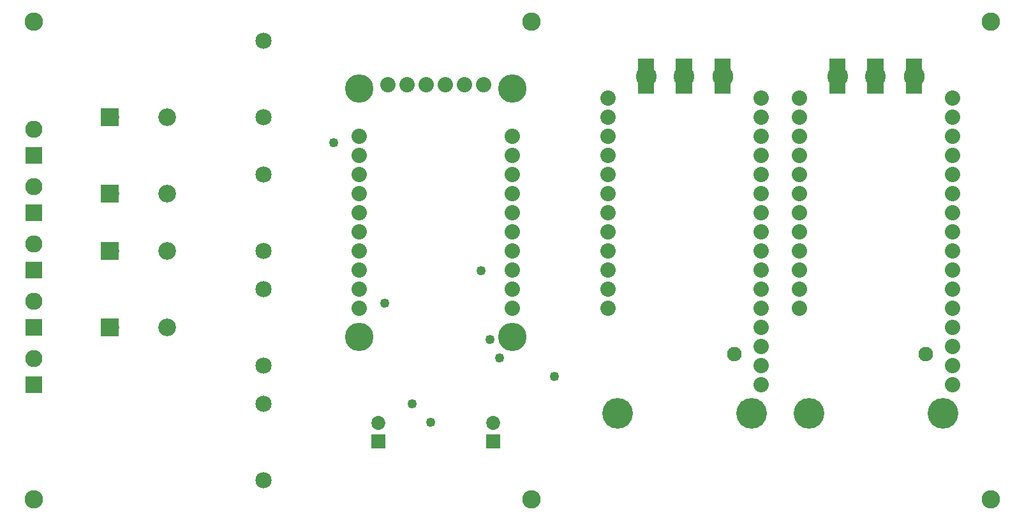
<source format=gbs>
G04 MADE WITH FRITZING*
G04 WWW.FRITZING.ORG*
G04 DOUBLE SIDED*
G04 HOLES PLATED*
G04 CONTOUR ON CENTER OF CONTOUR VECTOR*
%ASAXBY*%
%FSLAX23Y23*%
%MOIN*%
%OFA0B0*%
%SFA1.0B1.0*%
%ADD10C,0.148425*%
%ADD11C,0.080000*%
%ADD12C,0.108425*%
%ADD13C,0.160000*%
%ADD14C,0.110000*%
%ADD15C,0.076000*%
%ADD16C,0.085000*%
%ADD17C,0.092000*%
%ADD18C,0.090000*%
%ADD19C,0.072992*%
%ADD20C,0.049370*%
%ADD21C,0.096614*%
%ADD22R,0.092000X0.092000*%
%ADD23R,0.090000X0.090000*%
%ADD24R,0.072992X0.072992*%
%ADD25R,0.001000X0.001000*%
%LNMASK0*%
G90*
G70*
G54D10*
X2639Y2266D03*
X2639Y966D03*
G54D11*
X2489Y2286D03*
X2389Y2286D03*
X2289Y2286D03*
X2189Y2286D03*
X2089Y2286D03*
X1989Y2286D03*
X2639Y1116D03*
X2639Y1216D03*
X2639Y1316D03*
X2639Y1416D03*
X2639Y1516D03*
X2639Y1616D03*
X2639Y1716D03*
X2639Y1816D03*
X2639Y1916D03*
G54D10*
X1839Y966D03*
G54D11*
X2639Y2016D03*
G54D10*
X1839Y2266D03*
G54D11*
X1839Y2016D03*
X1839Y1916D03*
X1839Y1816D03*
X1839Y1716D03*
X1839Y1616D03*
X1839Y1516D03*
X1839Y1416D03*
X1839Y1316D03*
X1839Y1216D03*
X1839Y1116D03*
X3139Y1316D03*
G54D12*
X3339Y2331D03*
G54D13*
X3889Y566D03*
G54D12*
X3537Y2331D03*
G54D14*
X3739Y2331D03*
G54D15*
X3799Y876D03*
G54D11*
X3139Y1516D03*
X3939Y716D03*
X3139Y1116D03*
X3939Y816D03*
X3939Y916D03*
X3939Y1016D03*
X3939Y1116D03*
X3939Y1216D03*
X3939Y1316D03*
X3139Y1616D03*
X3939Y1416D03*
X3139Y1416D03*
X3939Y1516D03*
X3139Y1216D03*
X3939Y1616D03*
G54D13*
X3189Y566D03*
G54D11*
X3939Y1716D03*
X3939Y1816D03*
X3939Y1916D03*
X3939Y2016D03*
X3939Y2116D03*
X3939Y2216D03*
X3139Y2216D03*
X3139Y2116D03*
X3139Y2016D03*
X3139Y1916D03*
X3139Y1816D03*
X3139Y1716D03*
X4139Y1316D03*
G54D12*
X4339Y2331D03*
G54D13*
X4889Y566D03*
G54D12*
X4537Y2331D03*
G54D14*
X4739Y2331D03*
G54D15*
X4799Y876D03*
G54D11*
X4139Y1516D03*
X4939Y716D03*
X4139Y1116D03*
X4939Y816D03*
X4939Y916D03*
X4939Y1016D03*
X4939Y1116D03*
X4939Y1216D03*
X4939Y1316D03*
X4139Y1616D03*
X4939Y1416D03*
X4139Y1416D03*
X4939Y1516D03*
X4139Y1216D03*
X4939Y1616D03*
G54D13*
X4189Y566D03*
G54D11*
X4939Y1716D03*
X4939Y1816D03*
X4939Y1916D03*
X4939Y2016D03*
X4939Y2116D03*
X4939Y2216D03*
X4139Y2216D03*
X4139Y2116D03*
X4139Y2016D03*
X4139Y1916D03*
X4139Y1816D03*
X4139Y1716D03*
G54D16*
X1339Y2516D03*
X1339Y2116D03*
X1339Y1816D03*
X1339Y1416D03*
X1339Y1216D03*
X1339Y816D03*
X1339Y216D03*
X1339Y616D03*
G54D17*
X539Y2116D03*
X837Y2116D03*
X539Y1716D03*
X837Y1716D03*
X539Y1416D03*
X837Y1416D03*
X539Y1016D03*
X837Y1016D03*
G54D18*
X139Y1916D03*
X139Y2054D03*
X139Y1616D03*
X139Y1754D03*
X139Y1316D03*
X139Y1454D03*
X139Y1016D03*
X139Y1154D03*
X139Y716D03*
X139Y854D03*
G54D19*
X1939Y418D03*
X1939Y516D03*
X2539Y418D03*
X2539Y516D03*
G54D20*
X2572Y856D03*
X1972Y1144D03*
X2116Y616D03*
X1708Y1984D03*
X2524Y952D03*
X2476Y1312D03*
X2212Y520D03*
X2860Y760D03*
G54D21*
X5139Y116D03*
X5139Y2616D03*
X139Y2616D03*
X139Y116D03*
X2739Y116D03*
X2739Y2616D03*
G54D22*
X538Y2116D03*
X538Y1716D03*
X538Y1416D03*
X538Y1016D03*
G54D23*
X139Y1916D03*
X139Y1616D03*
X139Y1316D03*
X139Y1016D03*
X139Y716D03*
G54D24*
X1939Y418D03*
X2539Y418D03*
G54D25*
X3696Y2423D02*
X3780Y2423D01*
X4696Y2423D02*
X4780Y2423D01*
X3296Y2422D02*
X3380Y2422D01*
X3494Y2422D02*
X3578Y2422D01*
X3696Y2422D02*
X3780Y2422D01*
X4296Y2422D02*
X4380Y2422D01*
X4494Y2422D02*
X4578Y2422D01*
X4696Y2422D02*
X4780Y2422D01*
X3296Y2421D02*
X3380Y2421D01*
X3494Y2421D02*
X3578Y2421D01*
X3696Y2421D02*
X3780Y2421D01*
X4296Y2421D02*
X4380Y2421D01*
X4494Y2421D02*
X4578Y2421D01*
X4696Y2421D02*
X4780Y2421D01*
X3296Y2420D02*
X3380Y2420D01*
X3494Y2420D02*
X3578Y2420D01*
X3696Y2420D02*
X3780Y2420D01*
X4296Y2420D02*
X4380Y2420D01*
X4494Y2420D02*
X4578Y2420D01*
X4696Y2420D02*
X4780Y2420D01*
X3296Y2419D02*
X3380Y2419D01*
X3494Y2419D02*
X3578Y2419D01*
X3696Y2419D02*
X3780Y2419D01*
X4296Y2419D02*
X4380Y2419D01*
X4494Y2419D02*
X4578Y2419D01*
X4696Y2419D02*
X4780Y2419D01*
X3296Y2418D02*
X3380Y2418D01*
X3494Y2418D02*
X3578Y2418D01*
X3696Y2418D02*
X3780Y2418D01*
X4296Y2418D02*
X4380Y2418D01*
X4494Y2418D02*
X4578Y2418D01*
X4696Y2418D02*
X4780Y2418D01*
X3296Y2417D02*
X3380Y2417D01*
X3494Y2417D02*
X3578Y2417D01*
X3696Y2417D02*
X3780Y2417D01*
X4296Y2417D02*
X4380Y2417D01*
X4494Y2417D02*
X4578Y2417D01*
X4696Y2417D02*
X4780Y2417D01*
X3296Y2416D02*
X3380Y2416D01*
X3494Y2416D02*
X3578Y2416D01*
X3696Y2416D02*
X3780Y2416D01*
X4296Y2416D02*
X4380Y2416D01*
X4494Y2416D02*
X4578Y2416D01*
X4696Y2416D02*
X4780Y2416D01*
X3296Y2415D02*
X3380Y2415D01*
X3494Y2415D02*
X3578Y2415D01*
X3696Y2415D02*
X3780Y2415D01*
X4296Y2415D02*
X4380Y2415D01*
X4494Y2415D02*
X4578Y2415D01*
X4696Y2415D02*
X4780Y2415D01*
X3296Y2414D02*
X3380Y2414D01*
X3494Y2414D02*
X3578Y2414D01*
X3696Y2414D02*
X3780Y2414D01*
X4296Y2414D02*
X4380Y2414D01*
X4494Y2414D02*
X4578Y2414D01*
X4696Y2414D02*
X4780Y2414D01*
X3296Y2413D02*
X3380Y2413D01*
X3494Y2413D02*
X3578Y2413D01*
X3696Y2413D02*
X3780Y2413D01*
X4296Y2413D02*
X4380Y2413D01*
X4494Y2413D02*
X4578Y2413D01*
X4696Y2413D02*
X4780Y2413D01*
X3296Y2412D02*
X3380Y2412D01*
X3494Y2412D02*
X3578Y2412D01*
X3696Y2412D02*
X3780Y2412D01*
X4296Y2412D02*
X4380Y2412D01*
X4494Y2412D02*
X4578Y2412D01*
X4696Y2412D02*
X4780Y2412D01*
X3296Y2411D02*
X3380Y2411D01*
X3494Y2411D02*
X3578Y2411D01*
X3696Y2411D02*
X3780Y2411D01*
X4296Y2411D02*
X4380Y2411D01*
X4494Y2411D02*
X4578Y2411D01*
X4696Y2411D02*
X4780Y2411D01*
X3296Y2410D02*
X3380Y2410D01*
X3494Y2410D02*
X3578Y2410D01*
X3696Y2410D02*
X3780Y2410D01*
X4296Y2410D02*
X4380Y2410D01*
X4494Y2410D02*
X4578Y2410D01*
X4696Y2410D02*
X4780Y2410D01*
X3296Y2409D02*
X3380Y2409D01*
X3494Y2409D02*
X3578Y2409D01*
X3696Y2409D02*
X3780Y2409D01*
X4296Y2409D02*
X4380Y2409D01*
X4494Y2409D02*
X4578Y2409D01*
X4696Y2409D02*
X4780Y2409D01*
X3296Y2408D02*
X3380Y2408D01*
X3494Y2408D02*
X3578Y2408D01*
X3696Y2408D02*
X3780Y2408D01*
X4296Y2408D02*
X4380Y2408D01*
X4494Y2408D02*
X4578Y2408D01*
X4696Y2408D02*
X4780Y2408D01*
X3296Y2407D02*
X3380Y2407D01*
X3494Y2407D02*
X3578Y2407D01*
X3696Y2407D02*
X3780Y2407D01*
X4296Y2407D02*
X4380Y2407D01*
X4494Y2407D02*
X4578Y2407D01*
X4696Y2407D02*
X4780Y2407D01*
X3296Y2406D02*
X3380Y2406D01*
X3494Y2406D02*
X3578Y2406D01*
X3696Y2406D02*
X3780Y2406D01*
X4296Y2406D02*
X4380Y2406D01*
X4494Y2406D02*
X4578Y2406D01*
X4696Y2406D02*
X4780Y2406D01*
X3296Y2405D02*
X3380Y2405D01*
X3494Y2405D02*
X3578Y2405D01*
X3696Y2405D02*
X3780Y2405D01*
X4296Y2405D02*
X4380Y2405D01*
X4494Y2405D02*
X4578Y2405D01*
X4696Y2405D02*
X4780Y2405D01*
X3296Y2404D02*
X3380Y2404D01*
X3494Y2404D02*
X3578Y2404D01*
X3696Y2404D02*
X3780Y2404D01*
X4296Y2404D02*
X4380Y2404D01*
X4494Y2404D02*
X4578Y2404D01*
X4696Y2404D02*
X4780Y2404D01*
X3296Y2403D02*
X3380Y2403D01*
X3494Y2403D02*
X3578Y2403D01*
X3696Y2403D02*
X3780Y2403D01*
X4296Y2403D02*
X4380Y2403D01*
X4494Y2403D02*
X4578Y2403D01*
X4696Y2403D02*
X4780Y2403D01*
X3296Y2402D02*
X3380Y2402D01*
X3494Y2402D02*
X3578Y2402D01*
X3696Y2402D02*
X3780Y2402D01*
X4296Y2402D02*
X4380Y2402D01*
X4494Y2402D02*
X4578Y2402D01*
X4696Y2402D02*
X4780Y2402D01*
X3296Y2401D02*
X3380Y2401D01*
X3494Y2401D02*
X3578Y2401D01*
X3696Y2401D02*
X3780Y2401D01*
X4296Y2401D02*
X4380Y2401D01*
X4494Y2401D02*
X4578Y2401D01*
X4696Y2401D02*
X4780Y2401D01*
X3296Y2400D02*
X3380Y2400D01*
X3494Y2400D02*
X3578Y2400D01*
X3696Y2400D02*
X3780Y2400D01*
X4296Y2400D02*
X4380Y2400D01*
X4494Y2400D02*
X4578Y2400D01*
X4696Y2400D02*
X4780Y2400D01*
X3296Y2399D02*
X3380Y2399D01*
X3494Y2399D02*
X3578Y2399D01*
X3696Y2399D02*
X3780Y2399D01*
X4296Y2399D02*
X4380Y2399D01*
X4494Y2399D02*
X4578Y2399D01*
X4696Y2399D02*
X4780Y2399D01*
X3296Y2398D02*
X3380Y2398D01*
X3494Y2398D02*
X3578Y2398D01*
X3696Y2398D02*
X3780Y2398D01*
X4296Y2398D02*
X4380Y2398D01*
X4494Y2398D02*
X4578Y2398D01*
X4696Y2398D02*
X4780Y2398D01*
X3296Y2397D02*
X3380Y2397D01*
X3494Y2397D02*
X3578Y2397D01*
X3696Y2397D02*
X3780Y2397D01*
X4296Y2397D02*
X4380Y2397D01*
X4494Y2397D02*
X4578Y2397D01*
X4696Y2397D02*
X4780Y2397D01*
X3296Y2396D02*
X3380Y2396D01*
X3494Y2396D02*
X3578Y2396D01*
X3696Y2396D02*
X3780Y2396D01*
X4296Y2396D02*
X4380Y2396D01*
X4494Y2396D02*
X4578Y2396D01*
X4696Y2396D02*
X4780Y2396D01*
X3296Y2395D02*
X3380Y2395D01*
X3494Y2395D02*
X3578Y2395D01*
X3696Y2395D02*
X3780Y2395D01*
X4296Y2395D02*
X4380Y2395D01*
X4494Y2395D02*
X4578Y2395D01*
X4696Y2395D02*
X4780Y2395D01*
X3296Y2394D02*
X3380Y2394D01*
X3494Y2394D02*
X3578Y2394D01*
X3696Y2394D02*
X3780Y2394D01*
X4296Y2394D02*
X4380Y2394D01*
X4494Y2394D02*
X4578Y2394D01*
X4696Y2394D02*
X4780Y2394D01*
X3296Y2393D02*
X3380Y2393D01*
X3494Y2393D02*
X3578Y2393D01*
X3696Y2393D02*
X3780Y2393D01*
X4296Y2393D02*
X4380Y2393D01*
X4494Y2393D02*
X4578Y2393D01*
X4696Y2393D02*
X4780Y2393D01*
X3296Y2392D02*
X3380Y2392D01*
X3494Y2392D02*
X3578Y2392D01*
X3696Y2392D02*
X3780Y2392D01*
X4296Y2392D02*
X4380Y2392D01*
X4494Y2392D02*
X4578Y2392D01*
X4696Y2392D02*
X4780Y2392D01*
X3296Y2391D02*
X3380Y2391D01*
X3494Y2391D02*
X3578Y2391D01*
X3696Y2391D02*
X3780Y2391D01*
X4296Y2391D02*
X4380Y2391D01*
X4494Y2391D02*
X4578Y2391D01*
X4696Y2391D02*
X4780Y2391D01*
X3296Y2390D02*
X3380Y2390D01*
X3494Y2390D02*
X3578Y2390D01*
X3696Y2390D02*
X3780Y2390D01*
X4296Y2390D02*
X4380Y2390D01*
X4494Y2390D02*
X4578Y2390D01*
X4696Y2390D02*
X4780Y2390D01*
X3296Y2389D02*
X3380Y2389D01*
X3494Y2389D02*
X3578Y2389D01*
X3696Y2389D02*
X3780Y2389D01*
X4296Y2389D02*
X4380Y2389D01*
X4494Y2389D02*
X4578Y2389D01*
X4696Y2389D02*
X4780Y2389D01*
X3296Y2388D02*
X3380Y2388D01*
X3494Y2388D02*
X3578Y2388D01*
X3696Y2388D02*
X3780Y2388D01*
X4296Y2388D02*
X4380Y2388D01*
X4494Y2388D02*
X4578Y2388D01*
X4696Y2388D02*
X4780Y2388D01*
X3296Y2387D02*
X3380Y2387D01*
X3494Y2387D02*
X3578Y2387D01*
X3696Y2387D02*
X3780Y2387D01*
X4296Y2387D02*
X4380Y2387D01*
X4494Y2387D02*
X4578Y2387D01*
X4696Y2387D02*
X4780Y2387D01*
X3296Y2386D02*
X3380Y2386D01*
X3494Y2386D02*
X3578Y2386D01*
X3696Y2386D02*
X3780Y2386D01*
X4296Y2386D02*
X4380Y2386D01*
X4494Y2386D02*
X4578Y2386D01*
X4696Y2386D02*
X4780Y2386D01*
X3296Y2385D02*
X3380Y2385D01*
X3494Y2385D02*
X3578Y2385D01*
X3696Y2385D02*
X3780Y2385D01*
X4296Y2385D02*
X4380Y2385D01*
X4494Y2385D02*
X4578Y2385D01*
X4696Y2385D02*
X4780Y2385D01*
X3296Y2384D02*
X3380Y2384D01*
X3494Y2384D02*
X3578Y2384D01*
X3696Y2384D02*
X3780Y2384D01*
X4296Y2384D02*
X4380Y2384D01*
X4494Y2384D02*
X4578Y2384D01*
X4696Y2384D02*
X4780Y2384D01*
X3296Y2383D02*
X3380Y2383D01*
X3494Y2383D02*
X3578Y2383D01*
X3696Y2383D02*
X3780Y2383D01*
X4296Y2383D02*
X4380Y2383D01*
X4494Y2383D02*
X4578Y2383D01*
X4696Y2383D02*
X4780Y2383D01*
X3296Y2382D02*
X3380Y2382D01*
X3494Y2382D02*
X3578Y2382D01*
X3696Y2382D02*
X3780Y2382D01*
X4296Y2382D02*
X4380Y2382D01*
X4494Y2382D02*
X4578Y2382D01*
X4696Y2382D02*
X4780Y2382D01*
X3296Y2381D02*
X3380Y2381D01*
X3494Y2381D02*
X3578Y2381D01*
X3696Y2381D02*
X3780Y2381D01*
X4296Y2381D02*
X4380Y2381D01*
X4494Y2381D02*
X4578Y2381D01*
X4696Y2381D02*
X4780Y2381D01*
X3296Y2380D02*
X3380Y2380D01*
X3494Y2380D02*
X3578Y2380D01*
X3696Y2380D02*
X3780Y2380D01*
X4296Y2380D02*
X4380Y2380D01*
X4494Y2380D02*
X4578Y2380D01*
X4696Y2380D02*
X4780Y2380D01*
X3296Y2379D02*
X3380Y2379D01*
X3494Y2379D02*
X3578Y2379D01*
X3696Y2379D02*
X3780Y2379D01*
X4296Y2379D02*
X4380Y2379D01*
X4494Y2379D02*
X4578Y2379D01*
X4696Y2379D02*
X4780Y2379D01*
X3296Y2378D02*
X3380Y2378D01*
X3494Y2378D02*
X3578Y2378D01*
X3696Y2378D02*
X3780Y2378D01*
X4296Y2378D02*
X4380Y2378D01*
X4494Y2378D02*
X4578Y2378D01*
X4696Y2378D02*
X4780Y2378D01*
X3296Y2377D02*
X3380Y2377D01*
X3494Y2377D02*
X3578Y2377D01*
X3696Y2377D02*
X3780Y2377D01*
X4296Y2377D02*
X4380Y2377D01*
X4494Y2377D02*
X4578Y2377D01*
X4696Y2377D02*
X4780Y2377D01*
X3296Y2376D02*
X3380Y2376D01*
X3494Y2376D02*
X3578Y2376D01*
X3696Y2376D02*
X3780Y2376D01*
X4296Y2376D02*
X4380Y2376D01*
X4494Y2376D02*
X4578Y2376D01*
X4696Y2376D02*
X4780Y2376D01*
X3296Y2375D02*
X3380Y2375D01*
X3494Y2375D02*
X3578Y2375D01*
X3696Y2375D02*
X3780Y2375D01*
X4296Y2375D02*
X4380Y2375D01*
X4494Y2375D02*
X4578Y2375D01*
X4696Y2375D02*
X4780Y2375D01*
X3296Y2374D02*
X3380Y2374D01*
X3494Y2374D02*
X3578Y2374D01*
X3696Y2374D02*
X3780Y2374D01*
X4296Y2374D02*
X4380Y2374D01*
X4494Y2374D02*
X4578Y2374D01*
X4696Y2374D02*
X4780Y2374D01*
X3296Y2373D02*
X3380Y2373D01*
X3494Y2373D02*
X3578Y2373D01*
X3696Y2373D02*
X3780Y2373D01*
X4296Y2373D02*
X4380Y2373D01*
X4494Y2373D02*
X4578Y2373D01*
X4696Y2373D02*
X4780Y2373D01*
X3296Y2372D02*
X3380Y2372D01*
X3494Y2372D02*
X3578Y2372D01*
X3696Y2372D02*
X3780Y2372D01*
X4296Y2372D02*
X4380Y2372D01*
X4494Y2372D02*
X4578Y2372D01*
X4696Y2372D02*
X4780Y2372D01*
X3296Y2371D02*
X3380Y2371D01*
X3494Y2371D02*
X3578Y2371D01*
X3696Y2371D02*
X3780Y2371D01*
X4296Y2371D02*
X4380Y2371D01*
X4494Y2371D02*
X4578Y2371D01*
X4696Y2371D02*
X4780Y2371D01*
X3296Y2370D02*
X3380Y2370D01*
X3494Y2370D02*
X3578Y2370D01*
X3696Y2370D02*
X3780Y2370D01*
X4296Y2370D02*
X4380Y2370D01*
X4494Y2370D02*
X4578Y2370D01*
X4696Y2370D02*
X4780Y2370D01*
X3296Y2369D02*
X3380Y2369D01*
X3494Y2369D02*
X3578Y2369D01*
X3696Y2369D02*
X3780Y2369D01*
X4296Y2369D02*
X4380Y2369D01*
X4494Y2369D02*
X4578Y2369D01*
X4696Y2369D02*
X4780Y2369D01*
X3296Y2368D02*
X3380Y2368D01*
X3494Y2368D02*
X3578Y2368D01*
X3696Y2368D02*
X3780Y2368D01*
X4296Y2368D02*
X4380Y2368D01*
X4494Y2368D02*
X4578Y2368D01*
X4696Y2368D02*
X4780Y2368D01*
X3296Y2367D02*
X3380Y2367D01*
X3494Y2367D02*
X3578Y2367D01*
X3696Y2367D02*
X3780Y2367D01*
X4296Y2367D02*
X4380Y2367D01*
X4494Y2367D02*
X4578Y2367D01*
X4696Y2367D02*
X4780Y2367D01*
X3296Y2366D02*
X3380Y2366D01*
X3494Y2366D02*
X3578Y2366D01*
X3696Y2366D02*
X3780Y2366D01*
X4296Y2366D02*
X4380Y2366D01*
X4494Y2366D02*
X4578Y2366D01*
X4696Y2366D02*
X4780Y2366D01*
X3296Y2365D02*
X3380Y2365D01*
X3494Y2365D02*
X3578Y2365D01*
X3696Y2365D02*
X3780Y2365D01*
X4296Y2365D02*
X4380Y2365D01*
X4494Y2365D02*
X4578Y2365D01*
X4696Y2365D02*
X4780Y2365D01*
X3296Y2364D02*
X3380Y2364D01*
X3494Y2364D02*
X3578Y2364D01*
X3696Y2364D02*
X3733Y2364D01*
X3743Y2364D02*
X3780Y2364D01*
X4296Y2364D02*
X4380Y2364D01*
X4494Y2364D02*
X4578Y2364D01*
X4696Y2364D02*
X4733Y2364D01*
X4743Y2364D02*
X4780Y2364D01*
X3296Y2363D02*
X3330Y2363D01*
X3347Y2363D02*
X3380Y2363D01*
X3494Y2363D02*
X3528Y2363D01*
X3545Y2363D02*
X3578Y2363D01*
X3696Y2363D02*
X3728Y2363D01*
X3748Y2363D02*
X3780Y2363D01*
X4296Y2363D02*
X4329Y2363D01*
X4347Y2363D02*
X4380Y2363D01*
X4494Y2363D02*
X4527Y2363D01*
X4545Y2363D02*
X4578Y2363D01*
X4696Y2363D02*
X4728Y2363D01*
X4748Y2363D02*
X4780Y2363D01*
X3296Y2362D02*
X3326Y2362D01*
X3350Y2362D02*
X3380Y2362D01*
X3494Y2362D02*
X3524Y2362D01*
X3548Y2362D02*
X3578Y2362D01*
X3696Y2362D02*
X3725Y2362D01*
X3751Y2362D02*
X3780Y2362D01*
X4296Y2362D02*
X4326Y2362D01*
X4350Y2362D02*
X4380Y2362D01*
X4494Y2362D02*
X4524Y2362D01*
X4548Y2362D02*
X4578Y2362D01*
X4696Y2362D02*
X4725Y2362D01*
X4751Y2362D02*
X4780Y2362D01*
X3296Y2361D02*
X3324Y2361D01*
X3352Y2361D02*
X3380Y2361D01*
X3494Y2361D02*
X3522Y2361D01*
X3550Y2361D02*
X3578Y2361D01*
X3696Y2361D02*
X3723Y2361D01*
X3753Y2361D02*
X3780Y2361D01*
X4296Y2361D02*
X4324Y2361D01*
X4352Y2361D02*
X4380Y2361D01*
X4494Y2361D02*
X4522Y2361D01*
X4550Y2361D02*
X4578Y2361D01*
X4696Y2361D02*
X4723Y2361D01*
X4753Y2361D02*
X4780Y2361D01*
X3296Y2360D02*
X3322Y2360D01*
X3354Y2360D02*
X3380Y2360D01*
X3494Y2360D02*
X3520Y2360D01*
X3552Y2360D02*
X3578Y2360D01*
X3696Y2360D02*
X3721Y2360D01*
X3755Y2360D02*
X3780Y2360D01*
X4296Y2360D02*
X4322Y2360D01*
X4354Y2360D02*
X4380Y2360D01*
X4494Y2360D02*
X4520Y2360D01*
X4552Y2360D02*
X4578Y2360D01*
X4696Y2360D02*
X4721Y2360D01*
X4755Y2360D02*
X4780Y2360D01*
X3296Y2359D02*
X3320Y2359D01*
X3356Y2359D02*
X3380Y2359D01*
X3494Y2359D02*
X3518Y2359D01*
X3554Y2359D02*
X3578Y2359D01*
X3696Y2359D02*
X3720Y2359D01*
X3757Y2359D02*
X3780Y2359D01*
X4296Y2359D02*
X4320Y2359D01*
X4356Y2359D02*
X4380Y2359D01*
X4494Y2359D02*
X4518Y2359D01*
X4554Y2359D02*
X4578Y2359D01*
X4696Y2359D02*
X4720Y2359D01*
X4756Y2359D02*
X4780Y2359D01*
X3296Y2358D02*
X3319Y2358D01*
X3358Y2358D02*
X3380Y2358D01*
X3494Y2358D02*
X3517Y2358D01*
X3556Y2358D02*
X3578Y2358D01*
X3696Y2358D02*
X3718Y2358D01*
X3758Y2358D02*
X3780Y2358D01*
X4296Y2358D02*
X4319Y2358D01*
X4357Y2358D02*
X4380Y2358D01*
X4494Y2358D02*
X4517Y2358D01*
X4555Y2358D02*
X4578Y2358D01*
X4696Y2358D02*
X4718Y2358D01*
X4758Y2358D02*
X4780Y2358D01*
X3296Y2357D02*
X3317Y2357D01*
X3359Y2357D02*
X3380Y2357D01*
X3494Y2357D02*
X3515Y2357D01*
X3557Y2357D02*
X3578Y2357D01*
X3696Y2357D02*
X3717Y2357D01*
X3759Y2357D02*
X3780Y2357D01*
X4296Y2357D02*
X4317Y2357D01*
X4359Y2357D02*
X4380Y2357D01*
X4494Y2357D02*
X4515Y2357D01*
X4557Y2357D02*
X4578Y2357D01*
X4696Y2357D02*
X4717Y2357D01*
X4759Y2357D02*
X4780Y2357D01*
X3296Y2356D02*
X3316Y2356D01*
X3360Y2356D02*
X3380Y2356D01*
X3494Y2356D02*
X3514Y2356D01*
X3558Y2356D02*
X3578Y2356D01*
X3696Y2356D02*
X3716Y2356D01*
X3760Y2356D02*
X3780Y2356D01*
X4296Y2356D02*
X4316Y2356D01*
X4360Y2356D02*
X4380Y2356D01*
X4494Y2356D02*
X4514Y2356D01*
X4558Y2356D02*
X4578Y2356D01*
X4696Y2356D02*
X4716Y2356D01*
X4760Y2356D02*
X4780Y2356D01*
X3296Y2355D02*
X3315Y2355D01*
X3361Y2355D02*
X3380Y2355D01*
X3494Y2355D02*
X3513Y2355D01*
X3559Y2355D02*
X3578Y2355D01*
X3696Y2355D02*
X3715Y2355D01*
X3761Y2355D02*
X3780Y2355D01*
X4296Y2355D02*
X4315Y2355D01*
X4361Y2355D02*
X4380Y2355D01*
X4494Y2355D02*
X4513Y2355D01*
X4559Y2355D02*
X4578Y2355D01*
X4696Y2355D02*
X4715Y2355D01*
X4761Y2355D02*
X4780Y2355D01*
X3296Y2354D02*
X3314Y2354D01*
X3362Y2354D02*
X3380Y2354D01*
X3494Y2354D02*
X3512Y2354D01*
X3560Y2354D02*
X3578Y2354D01*
X3696Y2354D02*
X3714Y2354D01*
X3762Y2354D02*
X3780Y2354D01*
X4296Y2354D02*
X4314Y2354D01*
X4362Y2354D02*
X4380Y2354D01*
X4494Y2354D02*
X4512Y2354D01*
X4560Y2354D02*
X4578Y2354D01*
X4696Y2354D02*
X4714Y2354D01*
X4762Y2354D02*
X4780Y2354D01*
X3296Y2353D02*
X3313Y2353D01*
X3363Y2353D02*
X3380Y2353D01*
X3494Y2353D02*
X3511Y2353D01*
X3561Y2353D02*
X3578Y2353D01*
X3696Y2353D02*
X3713Y2353D01*
X3763Y2353D02*
X3780Y2353D01*
X4296Y2353D02*
X4313Y2353D01*
X4363Y2353D02*
X4380Y2353D01*
X4494Y2353D02*
X4511Y2353D01*
X4561Y2353D02*
X4578Y2353D01*
X4696Y2353D02*
X4713Y2353D01*
X4763Y2353D02*
X4780Y2353D01*
X3296Y2352D02*
X3312Y2352D01*
X3364Y2352D02*
X3380Y2352D01*
X3494Y2352D02*
X3510Y2352D01*
X3562Y2352D02*
X3578Y2352D01*
X3696Y2352D02*
X3712Y2352D01*
X3764Y2352D02*
X3780Y2352D01*
X4296Y2352D02*
X4312Y2352D01*
X4364Y2352D02*
X4380Y2352D01*
X4494Y2352D02*
X4510Y2352D01*
X4562Y2352D02*
X4578Y2352D01*
X4696Y2352D02*
X4712Y2352D01*
X4764Y2352D02*
X4780Y2352D01*
X3296Y2351D02*
X3312Y2351D01*
X3365Y2351D02*
X3380Y2351D01*
X3494Y2351D02*
X3510Y2351D01*
X3563Y2351D02*
X3578Y2351D01*
X3696Y2351D02*
X3711Y2351D01*
X3765Y2351D02*
X3780Y2351D01*
X4296Y2351D02*
X4312Y2351D01*
X4364Y2351D02*
X4380Y2351D01*
X4494Y2351D02*
X4510Y2351D01*
X4563Y2351D02*
X4578Y2351D01*
X4696Y2351D02*
X4711Y2351D01*
X4765Y2351D02*
X4780Y2351D01*
X3296Y2350D02*
X3311Y2350D01*
X3365Y2350D02*
X3380Y2350D01*
X3494Y2350D02*
X3509Y2350D01*
X3563Y2350D02*
X3578Y2350D01*
X3696Y2350D02*
X3710Y2350D01*
X3766Y2350D02*
X3780Y2350D01*
X4296Y2350D02*
X4311Y2350D01*
X4365Y2350D02*
X4380Y2350D01*
X4494Y2350D02*
X4509Y2350D01*
X4563Y2350D02*
X4578Y2350D01*
X4696Y2350D02*
X4710Y2350D01*
X4766Y2350D02*
X4780Y2350D01*
X3296Y2349D02*
X3310Y2349D01*
X3366Y2349D02*
X3380Y2349D01*
X3494Y2349D02*
X3508Y2349D01*
X3564Y2349D02*
X3578Y2349D01*
X3696Y2349D02*
X3710Y2349D01*
X3766Y2349D02*
X3780Y2349D01*
X4296Y2349D02*
X4310Y2349D01*
X4366Y2349D02*
X4380Y2349D01*
X4494Y2349D02*
X4508Y2349D01*
X4564Y2349D02*
X4578Y2349D01*
X4696Y2349D02*
X4710Y2349D01*
X4766Y2349D02*
X4780Y2349D01*
X3296Y2348D02*
X3310Y2348D01*
X3367Y2348D02*
X3380Y2348D01*
X3494Y2348D02*
X3508Y2348D01*
X3565Y2348D02*
X3578Y2348D01*
X3696Y2348D02*
X3709Y2348D01*
X3767Y2348D02*
X3780Y2348D01*
X4296Y2348D02*
X4310Y2348D01*
X4366Y2348D02*
X4380Y2348D01*
X4494Y2348D02*
X4508Y2348D01*
X4565Y2348D02*
X4578Y2348D01*
X4696Y2348D02*
X4709Y2348D01*
X4767Y2348D02*
X4780Y2348D01*
X3296Y2347D02*
X3309Y2347D01*
X3367Y2347D02*
X3380Y2347D01*
X3494Y2347D02*
X3507Y2347D01*
X3565Y2347D02*
X3578Y2347D01*
X3696Y2347D02*
X3709Y2347D01*
X3768Y2347D02*
X3780Y2347D01*
X4296Y2347D02*
X4309Y2347D01*
X4367Y2347D02*
X4380Y2347D01*
X4494Y2347D02*
X4507Y2347D01*
X4565Y2347D02*
X4578Y2347D01*
X4696Y2347D02*
X4708Y2347D01*
X4767Y2347D02*
X4780Y2347D01*
X3296Y2346D02*
X3309Y2346D01*
X3368Y2346D02*
X3380Y2346D01*
X3494Y2346D02*
X3507Y2346D01*
X3566Y2346D02*
X3578Y2346D01*
X3696Y2346D02*
X3708Y2346D01*
X3768Y2346D02*
X3780Y2346D01*
X4296Y2346D02*
X4308Y2346D01*
X4368Y2346D02*
X4380Y2346D01*
X4494Y2346D02*
X4506Y2346D01*
X4566Y2346D02*
X4578Y2346D01*
X4696Y2346D02*
X4708Y2346D01*
X4768Y2346D02*
X4780Y2346D01*
X3296Y2345D02*
X3308Y2345D01*
X3368Y2345D02*
X3380Y2345D01*
X3494Y2345D02*
X3506Y2345D01*
X3566Y2345D02*
X3578Y2345D01*
X3696Y2345D02*
X3708Y2345D01*
X3769Y2345D02*
X3780Y2345D01*
X4296Y2345D02*
X4308Y2345D01*
X4368Y2345D02*
X4380Y2345D01*
X4494Y2345D02*
X4506Y2345D01*
X4566Y2345D02*
X4578Y2345D01*
X4696Y2345D02*
X4708Y2345D01*
X4768Y2345D02*
X4780Y2345D01*
X3296Y2344D02*
X3308Y2344D01*
X3369Y2344D02*
X3380Y2344D01*
X3494Y2344D02*
X3506Y2344D01*
X3567Y2344D02*
X3578Y2344D01*
X3696Y2344D02*
X3707Y2344D01*
X3769Y2344D02*
X3780Y2344D01*
X4296Y2344D02*
X4307Y2344D01*
X4369Y2344D02*
X4380Y2344D01*
X4494Y2344D02*
X4506Y2344D01*
X4567Y2344D02*
X4578Y2344D01*
X4696Y2344D02*
X4707Y2344D01*
X4769Y2344D02*
X4780Y2344D01*
X3296Y2343D02*
X3307Y2343D01*
X3369Y2343D02*
X3380Y2343D01*
X3494Y2343D02*
X3505Y2343D01*
X3567Y2343D02*
X3578Y2343D01*
X3696Y2343D02*
X3707Y2343D01*
X3769Y2343D02*
X3780Y2343D01*
X4296Y2343D02*
X4307Y2343D01*
X4369Y2343D02*
X4380Y2343D01*
X4494Y2343D02*
X4505Y2343D01*
X4567Y2343D02*
X4578Y2343D01*
X4696Y2343D02*
X4707Y2343D01*
X4769Y2343D02*
X4780Y2343D01*
X3296Y2342D02*
X3307Y2342D01*
X3369Y2342D02*
X3380Y2342D01*
X3494Y2342D02*
X3505Y2342D01*
X3567Y2342D02*
X3578Y2342D01*
X3696Y2342D02*
X3706Y2342D01*
X3770Y2342D02*
X3780Y2342D01*
X4296Y2342D02*
X4307Y2342D01*
X4369Y2342D02*
X4380Y2342D01*
X4494Y2342D02*
X4505Y2342D01*
X4567Y2342D02*
X4578Y2342D01*
X4696Y2342D02*
X4706Y2342D01*
X4770Y2342D02*
X4780Y2342D01*
X3296Y2341D02*
X3306Y2341D01*
X3370Y2341D02*
X3380Y2341D01*
X3494Y2341D02*
X3504Y2341D01*
X3568Y2341D02*
X3578Y2341D01*
X3696Y2341D02*
X3706Y2341D01*
X3770Y2341D02*
X3780Y2341D01*
X4296Y2341D02*
X4306Y2341D01*
X4370Y2341D02*
X4380Y2341D01*
X4494Y2341D02*
X4504Y2341D01*
X4568Y2341D02*
X4578Y2341D01*
X4696Y2341D02*
X4706Y2341D01*
X4770Y2341D02*
X4780Y2341D01*
X3296Y2340D02*
X3306Y2340D01*
X3370Y2340D02*
X3380Y2340D01*
X3494Y2340D02*
X3504Y2340D01*
X3568Y2340D02*
X3578Y2340D01*
X3696Y2340D02*
X3706Y2340D01*
X3770Y2340D02*
X3780Y2340D01*
X4296Y2340D02*
X4306Y2340D01*
X4370Y2340D02*
X4380Y2340D01*
X4494Y2340D02*
X4504Y2340D01*
X4568Y2340D02*
X4578Y2340D01*
X4696Y2340D02*
X4706Y2340D01*
X4770Y2340D02*
X4780Y2340D01*
X3296Y2339D02*
X3306Y2339D01*
X3370Y2339D02*
X3380Y2339D01*
X3494Y2339D02*
X3504Y2339D01*
X3568Y2339D02*
X3578Y2339D01*
X3696Y2339D02*
X3706Y2339D01*
X3771Y2339D02*
X3780Y2339D01*
X4296Y2339D02*
X4306Y2339D01*
X4370Y2339D02*
X4380Y2339D01*
X4494Y2339D02*
X4504Y2339D01*
X4568Y2339D02*
X4578Y2339D01*
X4696Y2339D02*
X4706Y2339D01*
X4770Y2339D02*
X4780Y2339D01*
X3296Y2338D02*
X3306Y2338D01*
X3370Y2338D02*
X3380Y2338D01*
X3494Y2338D02*
X3504Y2338D01*
X3568Y2338D02*
X3578Y2338D01*
X3696Y2338D02*
X3705Y2338D01*
X3771Y2338D02*
X3780Y2338D01*
X4296Y2338D02*
X4306Y2338D01*
X4370Y2338D02*
X4380Y2338D01*
X4494Y2338D02*
X4504Y2338D01*
X4568Y2338D02*
X4578Y2338D01*
X4696Y2338D02*
X4705Y2338D01*
X4771Y2338D02*
X4780Y2338D01*
X3296Y2337D02*
X3306Y2337D01*
X3371Y2337D02*
X3380Y2337D01*
X3494Y2337D02*
X3504Y2337D01*
X3569Y2337D02*
X3578Y2337D01*
X3696Y2337D02*
X3705Y2337D01*
X3771Y2337D02*
X3780Y2337D01*
X4296Y2337D02*
X4305Y2337D01*
X4371Y2337D02*
X4380Y2337D01*
X4494Y2337D02*
X4504Y2337D01*
X4569Y2337D02*
X4578Y2337D01*
X4696Y2337D02*
X4705Y2337D01*
X4771Y2337D02*
X4780Y2337D01*
X3296Y2336D02*
X3305Y2336D01*
X3371Y2336D02*
X3380Y2336D01*
X3494Y2336D02*
X3503Y2336D01*
X3569Y2336D02*
X3578Y2336D01*
X3696Y2336D02*
X3705Y2336D01*
X3771Y2336D02*
X3780Y2336D01*
X4296Y2336D02*
X4305Y2336D01*
X4371Y2336D02*
X4380Y2336D01*
X4494Y2336D02*
X4503Y2336D01*
X4569Y2336D02*
X4578Y2336D01*
X4696Y2336D02*
X4705Y2336D01*
X4771Y2336D02*
X4780Y2336D01*
X3296Y2335D02*
X3305Y2335D01*
X3371Y2335D02*
X3380Y2335D01*
X3494Y2335D02*
X3503Y2335D01*
X3569Y2335D02*
X3578Y2335D01*
X3696Y2335D02*
X3705Y2335D01*
X3771Y2335D02*
X3780Y2335D01*
X4296Y2335D02*
X4305Y2335D01*
X4371Y2335D02*
X4380Y2335D01*
X4494Y2335D02*
X4503Y2335D01*
X4569Y2335D02*
X4578Y2335D01*
X4696Y2335D02*
X4705Y2335D01*
X4771Y2335D02*
X4780Y2335D01*
X3296Y2334D02*
X3305Y2334D01*
X3371Y2334D02*
X3380Y2334D01*
X3494Y2334D02*
X3503Y2334D01*
X3569Y2334D02*
X3578Y2334D01*
X3696Y2334D02*
X3705Y2334D01*
X3771Y2334D02*
X3781Y2334D01*
X4296Y2334D02*
X4305Y2334D01*
X4371Y2334D02*
X4380Y2334D01*
X4494Y2334D02*
X4503Y2334D01*
X4569Y2334D02*
X4578Y2334D01*
X4696Y2334D02*
X4705Y2334D01*
X4771Y2334D02*
X4780Y2334D01*
X3296Y2333D02*
X3305Y2333D01*
X3371Y2333D02*
X3380Y2333D01*
X3494Y2333D02*
X3503Y2333D01*
X3569Y2333D02*
X3578Y2333D01*
X3696Y2333D02*
X3705Y2333D01*
X3771Y2333D02*
X3781Y2333D01*
X4296Y2333D02*
X4305Y2333D01*
X4371Y2333D02*
X4380Y2333D01*
X4494Y2333D02*
X4503Y2333D01*
X4569Y2333D02*
X4578Y2333D01*
X4695Y2333D02*
X4705Y2333D01*
X4771Y2333D02*
X4780Y2333D01*
X3296Y2332D02*
X3305Y2332D01*
X3371Y2332D02*
X3380Y2332D01*
X3494Y2332D02*
X3503Y2332D01*
X3569Y2332D02*
X3578Y2332D01*
X3696Y2332D02*
X3705Y2332D01*
X3771Y2332D02*
X3781Y2332D01*
X4296Y2332D02*
X4305Y2332D01*
X4371Y2332D02*
X4380Y2332D01*
X4494Y2332D02*
X4503Y2332D01*
X4569Y2332D02*
X4578Y2332D01*
X4695Y2332D02*
X4705Y2332D01*
X4771Y2332D02*
X4781Y2332D01*
X3296Y2331D02*
X3305Y2331D01*
X3371Y2331D02*
X3380Y2331D01*
X3494Y2331D02*
X3503Y2331D01*
X3569Y2331D02*
X3578Y2331D01*
X3696Y2331D02*
X3705Y2331D01*
X3771Y2331D02*
X3781Y2331D01*
X4296Y2331D02*
X4305Y2331D01*
X4371Y2331D02*
X4380Y2331D01*
X4494Y2331D02*
X4503Y2331D01*
X4569Y2331D02*
X4578Y2331D01*
X4695Y2331D02*
X4705Y2331D01*
X4771Y2331D02*
X4781Y2331D01*
X3296Y2330D02*
X3305Y2330D01*
X3371Y2330D02*
X3380Y2330D01*
X3494Y2330D02*
X3503Y2330D01*
X3569Y2330D02*
X3578Y2330D01*
X3696Y2330D02*
X3705Y2330D01*
X3771Y2330D02*
X3781Y2330D01*
X4296Y2330D02*
X4305Y2330D01*
X4371Y2330D02*
X4380Y2330D01*
X4494Y2330D02*
X4503Y2330D01*
X4569Y2330D02*
X4578Y2330D01*
X4695Y2330D02*
X4705Y2330D01*
X4771Y2330D02*
X4780Y2330D01*
X3296Y2329D02*
X3305Y2329D01*
X3371Y2329D02*
X3380Y2329D01*
X3494Y2329D02*
X3503Y2329D01*
X3569Y2329D02*
X3578Y2329D01*
X3696Y2329D02*
X3705Y2329D01*
X3771Y2329D02*
X3781Y2329D01*
X4296Y2329D02*
X4305Y2329D01*
X4371Y2329D02*
X4380Y2329D01*
X4494Y2329D02*
X4503Y2329D01*
X4569Y2329D02*
X4578Y2329D01*
X4696Y2329D02*
X4705Y2329D01*
X4771Y2329D02*
X4780Y2329D01*
X3296Y2328D02*
X3305Y2328D01*
X3371Y2328D02*
X3380Y2328D01*
X3494Y2328D02*
X3503Y2328D01*
X3569Y2328D02*
X3578Y2328D01*
X3696Y2328D02*
X3705Y2328D01*
X3771Y2328D02*
X3780Y2328D01*
X4296Y2328D02*
X4305Y2328D01*
X4371Y2328D02*
X4380Y2328D01*
X4494Y2328D02*
X4503Y2328D01*
X4569Y2328D02*
X4578Y2328D01*
X4696Y2328D02*
X4705Y2328D01*
X4771Y2328D02*
X4780Y2328D01*
X3296Y2327D02*
X3305Y2327D01*
X3371Y2327D02*
X3380Y2327D01*
X3494Y2327D02*
X3503Y2327D01*
X3569Y2327D02*
X3578Y2327D01*
X3696Y2327D02*
X3705Y2327D01*
X3771Y2327D02*
X3780Y2327D01*
X4296Y2327D02*
X4305Y2327D01*
X4371Y2327D02*
X4380Y2327D01*
X4494Y2327D02*
X4503Y2327D01*
X4569Y2327D02*
X4578Y2327D01*
X4696Y2327D02*
X4705Y2327D01*
X4771Y2327D02*
X4780Y2327D01*
X3296Y2326D02*
X3306Y2326D01*
X3371Y2326D02*
X3380Y2326D01*
X3494Y2326D02*
X3504Y2326D01*
X3569Y2326D02*
X3578Y2326D01*
X3696Y2326D02*
X3705Y2326D01*
X3771Y2326D02*
X3780Y2326D01*
X4296Y2326D02*
X4306Y2326D01*
X4371Y2326D02*
X4380Y2326D01*
X4494Y2326D02*
X4504Y2326D01*
X4569Y2326D02*
X4578Y2326D01*
X4696Y2326D02*
X4705Y2326D01*
X4771Y2326D02*
X4780Y2326D01*
X3296Y2325D02*
X3306Y2325D01*
X3370Y2325D02*
X3380Y2325D01*
X3494Y2325D02*
X3504Y2325D01*
X3568Y2325D02*
X3578Y2325D01*
X3696Y2325D02*
X3705Y2325D01*
X3771Y2325D02*
X3780Y2325D01*
X4296Y2325D02*
X4306Y2325D01*
X4370Y2325D02*
X4380Y2325D01*
X4494Y2325D02*
X4504Y2325D01*
X4568Y2325D02*
X4578Y2325D01*
X4696Y2325D02*
X4705Y2325D01*
X4771Y2325D02*
X4780Y2325D01*
X3296Y2324D02*
X3306Y2324D01*
X3370Y2324D02*
X3380Y2324D01*
X3494Y2324D02*
X3504Y2324D01*
X3568Y2324D02*
X3578Y2324D01*
X3696Y2324D02*
X3706Y2324D01*
X3770Y2324D02*
X3780Y2324D01*
X4296Y2324D02*
X4306Y2324D01*
X4370Y2324D02*
X4380Y2324D01*
X4494Y2324D02*
X4504Y2324D01*
X4568Y2324D02*
X4578Y2324D01*
X4696Y2324D02*
X4706Y2324D01*
X4770Y2324D02*
X4780Y2324D01*
X3296Y2323D02*
X3306Y2323D01*
X3370Y2323D02*
X3380Y2323D01*
X3494Y2323D02*
X3504Y2323D01*
X3568Y2323D02*
X3578Y2323D01*
X3696Y2323D02*
X3706Y2323D01*
X3770Y2323D02*
X3780Y2323D01*
X4296Y2323D02*
X4306Y2323D01*
X4370Y2323D02*
X4380Y2323D01*
X4494Y2323D02*
X4504Y2323D01*
X4568Y2323D02*
X4578Y2323D01*
X4696Y2323D02*
X4706Y2323D01*
X4770Y2323D02*
X4780Y2323D01*
X3296Y2322D02*
X3306Y2322D01*
X3370Y2322D02*
X3380Y2322D01*
X3494Y2322D02*
X3504Y2322D01*
X3568Y2322D02*
X3578Y2322D01*
X3696Y2322D02*
X3706Y2322D01*
X3770Y2322D02*
X3780Y2322D01*
X4296Y2322D02*
X4306Y2322D01*
X4370Y2322D02*
X4380Y2322D01*
X4494Y2322D02*
X4504Y2322D01*
X4568Y2322D02*
X4578Y2322D01*
X4696Y2322D02*
X4706Y2322D01*
X4770Y2322D02*
X4780Y2322D01*
X3296Y2321D02*
X3307Y2321D01*
X3369Y2321D02*
X3380Y2321D01*
X3494Y2321D02*
X3505Y2321D01*
X3567Y2321D02*
X3578Y2321D01*
X3696Y2321D02*
X3706Y2321D01*
X3770Y2321D02*
X3780Y2321D01*
X4296Y2321D02*
X4307Y2321D01*
X4369Y2321D02*
X4380Y2321D01*
X4494Y2321D02*
X4505Y2321D01*
X4567Y2321D02*
X4578Y2321D01*
X4696Y2321D02*
X4706Y2321D01*
X4770Y2321D02*
X4780Y2321D01*
X3296Y2320D02*
X3307Y2320D01*
X3369Y2320D02*
X3380Y2320D01*
X3494Y2320D02*
X3505Y2320D01*
X3567Y2320D02*
X3578Y2320D01*
X3696Y2320D02*
X3707Y2320D01*
X3769Y2320D02*
X3780Y2320D01*
X4296Y2320D02*
X4307Y2320D01*
X4369Y2320D02*
X4380Y2320D01*
X4494Y2320D02*
X4505Y2320D01*
X4567Y2320D02*
X4578Y2320D01*
X4696Y2320D02*
X4707Y2320D01*
X4769Y2320D02*
X4780Y2320D01*
X3296Y2319D02*
X3308Y2319D01*
X3369Y2319D02*
X3380Y2319D01*
X3494Y2319D02*
X3506Y2319D01*
X3567Y2319D02*
X3578Y2319D01*
X3696Y2319D02*
X3707Y2319D01*
X3769Y2319D02*
X3780Y2319D01*
X4296Y2319D02*
X4308Y2319D01*
X4368Y2319D02*
X4380Y2319D01*
X4494Y2319D02*
X4506Y2319D01*
X4567Y2319D02*
X4578Y2319D01*
X4696Y2319D02*
X4707Y2319D01*
X4769Y2319D02*
X4780Y2319D01*
X3296Y2318D02*
X3308Y2318D01*
X3368Y2318D02*
X3380Y2318D01*
X3494Y2318D02*
X3506Y2318D01*
X3566Y2318D02*
X3578Y2318D01*
X3696Y2318D02*
X3708Y2318D01*
X3768Y2318D02*
X3780Y2318D01*
X4296Y2318D02*
X4308Y2318D01*
X4368Y2318D02*
X4380Y2318D01*
X4494Y2318D02*
X4506Y2318D01*
X4566Y2318D02*
X4578Y2318D01*
X4696Y2318D02*
X4708Y2318D01*
X4768Y2318D02*
X4780Y2318D01*
X3296Y2317D02*
X3309Y2317D01*
X3368Y2317D02*
X3380Y2317D01*
X3494Y2317D02*
X3507Y2317D01*
X3566Y2317D02*
X3578Y2317D01*
X3696Y2317D02*
X3708Y2317D01*
X3768Y2317D02*
X3780Y2317D01*
X4296Y2317D02*
X4309Y2317D01*
X4367Y2317D02*
X4380Y2317D01*
X4494Y2317D02*
X4507Y2317D01*
X4566Y2317D02*
X4578Y2317D01*
X4696Y2317D02*
X4708Y2317D01*
X4768Y2317D02*
X4780Y2317D01*
X3296Y2316D02*
X3309Y2316D01*
X3367Y2316D02*
X3380Y2316D01*
X3494Y2316D02*
X3507Y2316D01*
X3565Y2316D02*
X3578Y2316D01*
X3696Y2316D02*
X3709Y2316D01*
X3768Y2316D02*
X3780Y2316D01*
X4296Y2316D02*
X4309Y2316D01*
X4367Y2316D02*
X4380Y2316D01*
X4494Y2316D02*
X4507Y2316D01*
X4565Y2316D02*
X4578Y2316D01*
X4696Y2316D02*
X4709Y2316D01*
X4767Y2316D02*
X4780Y2316D01*
X3296Y2315D02*
X3310Y2315D01*
X3366Y2315D02*
X3380Y2315D01*
X3494Y2315D02*
X3508Y2315D01*
X3565Y2315D02*
X3578Y2315D01*
X3696Y2315D02*
X3709Y2315D01*
X3767Y2315D02*
X3780Y2315D01*
X4296Y2315D02*
X4310Y2315D01*
X4366Y2315D02*
X4380Y2315D01*
X4494Y2315D02*
X4508Y2315D01*
X4564Y2315D02*
X4578Y2315D01*
X4696Y2315D02*
X4709Y2315D01*
X4767Y2315D02*
X4780Y2315D01*
X3296Y2314D02*
X3310Y2314D01*
X3366Y2314D02*
X3380Y2314D01*
X3494Y2314D02*
X3508Y2314D01*
X3564Y2314D02*
X3578Y2314D01*
X3696Y2314D02*
X3710Y2314D01*
X3766Y2314D02*
X3780Y2314D01*
X4296Y2314D02*
X4310Y2314D01*
X4366Y2314D02*
X4380Y2314D01*
X4494Y2314D02*
X4508Y2314D01*
X4564Y2314D02*
X4578Y2314D01*
X4696Y2314D02*
X4710Y2314D01*
X4766Y2314D02*
X4780Y2314D01*
X3296Y2313D02*
X3311Y2313D01*
X3365Y2313D02*
X3380Y2313D01*
X3494Y2313D02*
X3509Y2313D01*
X3563Y2313D02*
X3578Y2313D01*
X3696Y2313D02*
X3710Y2313D01*
X3766Y2313D02*
X3780Y2313D01*
X4296Y2313D02*
X4311Y2313D01*
X4365Y2313D02*
X4380Y2313D01*
X4494Y2313D02*
X4509Y2313D01*
X4563Y2313D02*
X4578Y2313D01*
X4696Y2313D02*
X4710Y2313D01*
X4766Y2313D02*
X4780Y2313D01*
X3296Y2312D02*
X3312Y2312D01*
X3365Y2312D02*
X3380Y2312D01*
X3494Y2312D02*
X3510Y2312D01*
X3563Y2312D02*
X3578Y2312D01*
X3696Y2312D02*
X3711Y2312D01*
X3765Y2312D02*
X3780Y2312D01*
X4296Y2312D02*
X4312Y2312D01*
X4364Y2312D02*
X4380Y2312D01*
X4494Y2312D02*
X4510Y2312D01*
X4562Y2312D02*
X4578Y2312D01*
X4696Y2312D02*
X4711Y2312D01*
X4765Y2312D02*
X4780Y2312D01*
X3296Y2311D02*
X3312Y2311D01*
X3364Y2311D02*
X3380Y2311D01*
X3494Y2311D02*
X3510Y2311D01*
X3562Y2311D02*
X3578Y2311D01*
X3696Y2311D02*
X3712Y2311D01*
X3764Y2311D02*
X3780Y2311D01*
X4296Y2311D02*
X4312Y2311D01*
X4364Y2311D02*
X4380Y2311D01*
X4494Y2311D02*
X4510Y2311D01*
X4562Y2311D02*
X4578Y2311D01*
X4696Y2311D02*
X4712Y2311D01*
X4764Y2311D02*
X4780Y2311D01*
X3296Y2310D02*
X3313Y2310D01*
X3363Y2310D02*
X3380Y2310D01*
X3494Y2310D02*
X3511Y2310D01*
X3561Y2310D02*
X3578Y2310D01*
X3696Y2310D02*
X3713Y2310D01*
X3763Y2310D02*
X3780Y2310D01*
X4296Y2310D02*
X4313Y2310D01*
X4363Y2310D02*
X4380Y2310D01*
X4494Y2310D02*
X4511Y2310D01*
X4561Y2310D02*
X4578Y2310D01*
X4696Y2310D02*
X4713Y2310D01*
X4763Y2310D02*
X4780Y2310D01*
X3296Y2309D02*
X3314Y2309D01*
X3362Y2309D02*
X3380Y2309D01*
X3494Y2309D02*
X3512Y2309D01*
X3560Y2309D02*
X3578Y2309D01*
X3696Y2309D02*
X3714Y2309D01*
X3762Y2309D02*
X3780Y2309D01*
X4296Y2309D02*
X4314Y2309D01*
X4362Y2309D02*
X4380Y2309D01*
X4494Y2309D02*
X4512Y2309D01*
X4560Y2309D02*
X4578Y2309D01*
X4696Y2309D02*
X4714Y2309D01*
X4762Y2309D02*
X4780Y2309D01*
X3296Y2308D02*
X3315Y2308D01*
X3361Y2308D02*
X3380Y2308D01*
X3494Y2308D02*
X3513Y2308D01*
X3559Y2308D02*
X3578Y2308D01*
X3696Y2308D02*
X3715Y2308D01*
X3761Y2308D02*
X3780Y2308D01*
X4296Y2308D02*
X4315Y2308D01*
X4361Y2308D02*
X4380Y2308D01*
X4494Y2308D02*
X4513Y2308D01*
X4559Y2308D02*
X4578Y2308D01*
X4696Y2308D02*
X4715Y2308D01*
X4761Y2308D02*
X4780Y2308D01*
X3296Y2307D02*
X3316Y2307D01*
X3360Y2307D02*
X3380Y2307D01*
X3494Y2307D02*
X3514Y2307D01*
X3558Y2307D02*
X3578Y2307D01*
X3696Y2307D02*
X3716Y2307D01*
X3760Y2307D02*
X3780Y2307D01*
X4296Y2307D02*
X4316Y2307D01*
X4360Y2307D02*
X4380Y2307D01*
X4494Y2307D02*
X4514Y2307D01*
X4558Y2307D02*
X4578Y2307D01*
X4696Y2307D02*
X4716Y2307D01*
X4760Y2307D02*
X4780Y2307D01*
X3296Y2306D02*
X3317Y2306D01*
X3359Y2306D02*
X3380Y2306D01*
X3494Y2306D02*
X3515Y2306D01*
X3557Y2306D02*
X3578Y2306D01*
X3696Y2306D02*
X3717Y2306D01*
X3759Y2306D02*
X3780Y2306D01*
X4296Y2306D02*
X4317Y2306D01*
X4359Y2306D02*
X4380Y2306D01*
X4494Y2306D02*
X4515Y2306D01*
X4557Y2306D02*
X4578Y2306D01*
X4696Y2306D02*
X4717Y2306D01*
X4759Y2306D02*
X4780Y2306D01*
X3296Y2305D02*
X3319Y2305D01*
X3357Y2305D02*
X3380Y2305D01*
X3494Y2305D02*
X3517Y2305D01*
X3555Y2305D02*
X3578Y2305D01*
X3696Y2305D02*
X3718Y2305D01*
X3758Y2305D02*
X3780Y2305D01*
X4296Y2305D02*
X4319Y2305D01*
X4357Y2305D02*
X4380Y2305D01*
X4494Y2305D02*
X4517Y2305D01*
X4555Y2305D02*
X4578Y2305D01*
X4696Y2305D02*
X4718Y2305D01*
X4758Y2305D02*
X4780Y2305D01*
X3296Y2304D02*
X3320Y2304D01*
X3356Y2304D02*
X3380Y2304D01*
X3494Y2304D02*
X3518Y2304D01*
X3554Y2304D02*
X3578Y2304D01*
X3696Y2304D02*
X3720Y2304D01*
X3756Y2304D02*
X3780Y2304D01*
X4296Y2304D02*
X4320Y2304D01*
X4356Y2304D02*
X4380Y2304D01*
X4494Y2304D02*
X4518Y2304D01*
X4554Y2304D02*
X4578Y2304D01*
X4696Y2304D02*
X4720Y2304D01*
X4756Y2304D02*
X4780Y2304D01*
X3296Y2303D02*
X3322Y2303D01*
X3354Y2303D02*
X3380Y2303D01*
X3494Y2303D02*
X3520Y2303D01*
X3552Y2303D02*
X3578Y2303D01*
X3696Y2303D02*
X3721Y2303D01*
X3755Y2303D02*
X3780Y2303D01*
X4296Y2303D02*
X4322Y2303D01*
X4354Y2303D02*
X4380Y2303D01*
X4494Y2303D02*
X4520Y2303D01*
X4552Y2303D02*
X4578Y2303D01*
X4696Y2303D02*
X4721Y2303D01*
X4755Y2303D02*
X4780Y2303D01*
X3296Y2302D02*
X3324Y2302D01*
X3352Y2302D02*
X3380Y2302D01*
X3494Y2302D02*
X3522Y2302D01*
X3550Y2302D02*
X3578Y2302D01*
X3696Y2302D02*
X3723Y2302D01*
X3753Y2302D02*
X3780Y2302D01*
X4296Y2302D02*
X4324Y2302D01*
X4352Y2302D02*
X4380Y2302D01*
X4494Y2302D02*
X4522Y2302D01*
X4550Y2302D02*
X4578Y2302D01*
X4696Y2302D02*
X4723Y2302D01*
X4753Y2302D02*
X4780Y2302D01*
X3296Y2301D02*
X3326Y2301D01*
X3350Y2301D02*
X3380Y2301D01*
X3494Y2301D02*
X3524Y2301D01*
X3548Y2301D02*
X3578Y2301D01*
X3696Y2301D02*
X3725Y2301D01*
X3751Y2301D02*
X3780Y2301D01*
X4296Y2301D02*
X4326Y2301D01*
X4350Y2301D02*
X4380Y2301D01*
X4494Y2301D02*
X4524Y2301D01*
X4548Y2301D02*
X4578Y2301D01*
X4696Y2301D02*
X4725Y2301D01*
X4751Y2301D02*
X4780Y2301D01*
X3296Y2300D02*
X3330Y2300D01*
X3346Y2300D02*
X3380Y2300D01*
X3494Y2300D02*
X3528Y2300D01*
X3544Y2300D02*
X3578Y2300D01*
X3696Y2300D02*
X3728Y2300D01*
X3748Y2300D02*
X3780Y2300D01*
X4296Y2300D02*
X4330Y2300D01*
X4346Y2300D02*
X4380Y2300D01*
X4494Y2300D02*
X4528Y2300D01*
X4544Y2300D02*
X4578Y2300D01*
X4696Y2300D02*
X4728Y2300D01*
X4748Y2300D02*
X4780Y2300D01*
X3296Y2299D02*
X3380Y2299D01*
X3494Y2299D02*
X3578Y2299D01*
X3696Y2299D02*
X3733Y2299D01*
X3743Y2299D02*
X3780Y2299D01*
X4296Y2299D02*
X4380Y2299D01*
X4494Y2299D02*
X4578Y2299D01*
X4696Y2299D02*
X4733Y2299D01*
X4743Y2299D02*
X4780Y2299D01*
X3296Y2298D02*
X3380Y2298D01*
X3494Y2298D02*
X3578Y2298D01*
X3696Y2298D02*
X3780Y2298D01*
X4296Y2298D02*
X4380Y2298D01*
X4494Y2298D02*
X4578Y2298D01*
X4696Y2298D02*
X4780Y2298D01*
X3296Y2297D02*
X3380Y2297D01*
X3494Y2297D02*
X3578Y2297D01*
X3696Y2297D02*
X3780Y2297D01*
X4296Y2297D02*
X4380Y2297D01*
X4494Y2297D02*
X4578Y2297D01*
X4696Y2297D02*
X4780Y2297D01*
X3296Y2296D02*
X3380Y2296D01*
X3494Y2296D02*
X3578Y2296D01*
X3696Y2296D02*
X3780Y2296D01*
X4296Y2296D02*
X4380Y2296D01*
X4494Y2296D02*
X4578Y2296D01*
X4696Y2296D02*
X4780Y2296D01*
X3296Y2295D02*
X3380Y2295D01*
X3494Y2295D02*
X3578Y2295D01*
X3696Y2295D02*
X3780Y2295D01*
X4296Y2295D02*
X4380Y2295D01*
X4494Y2295D02*
X4578Y2295D01*
X4696Y2295D02*
X4780Y2295D01*
X3296Y2294D02*
X3380Y2294D01*
X3494Y2294D02*
X3578Y2294D01*
X3696Y2294D02*
X3780Y2294D01*
X4296Y2294D02*
X4380Y2294D01*
X4494Y2294D02*
X4578Y2294D01*
X4696Y2294D02*
X4780Y2294D01*
X3296Y2293D02*
X3380Y2293D01*
X3494Y2293D02*
X3578Y2293D01*
X3696Y2293D02*
X3780Y2293D01*
X4296Y2293D02*
X4380Y2293D01*
X4494Y2293D02*
X4578Y2293D01*
X4696Y2293D02*
X4780Y2293D01*
X3296Y2292D02*
X3380Y2292D01*
X3494Y2292D02*
X3578Y2292D01*
X3696Y2292D02*
X3780Y2292D01*
X4296Y2292D02*
X4380Y2292D01*
X4494Y2292D02*
X4578Y2292D01*
X4696Y2292D02*
X4780Y2292D01*
X3296Y2291D02*
X3380Y2291D01*
X3494Y2291D02*
X3578Y2291D01*
X3696Y2291D02*
X3780Y2291D01*
X4296Y2291D02*
X4380Y2291D01*
X4494Y2291D02*
X4578Y2291D01*
X4696Y2291D02*
X4780Y2291D01*
X3296Y2290D02*
X3380Y2290D01*
X3494Y2290D02*
X3578Y2290D01*
X3696Y2290D02*
X3780Y2290D01*
X4296Y2290D02*
X4380Y2290D01*
X4494Y2290D02*
X4578Y2290D01*
X4696Y2290D02*
X4780Y2290D01*
X3296Y2289D02*
X3380Y2289D01*
X3494Y2289D02*
X3578Y2289D01*
X3696Y2289D02*
X3780Y2289D01*
X4296Y2289D02*
X4380Y2289D01*
X4494Y2289D02*
X4578Y2289D01*
X4696Y2289D02*
X4780Y2289D01*
X3296Y2288D02*
X3380Y2288D01*
X3494Y2288D02*
X3578Y2288D01*
X3696Y2288D02*
X3780Y2288D01*
X4296Y2288D02*
X4380Y2288D01*
X4494Y2288D02*
X4578Y2288D01*
X4696Y2288D02*
X4780Y2288D01*
X3296Y2287D02*
X3380Y2287D01*
X3494Y2287D02*
X3578Y2287D01*
X3696Y2287D02*
X3780Y2287D01*
X4296Y2287D02*
X4380Y2287D01*
X4494Y2287D02*
X4578Y2287D01*
X4696Y2287D02*
X4780Y2287D01*
X3296Y2286D02*
X3380Y2286D01*
X3494Y2286D02*
X3578Y2286D01*
X3696Y2286D02*
X3780Y2286D01*
X4296Y2286D02*
X4380Y2286D01*
X4494Y2286D02*
X4578Y2286D01*
X4696Y2286D02*
X4780Y2286D01*
X3296Y2285D02*
X3380Y2285D01*
X3494Y2285D02*
X3578Y2285D01*
X3696Y2285D02*
X3780Y2285D01*
X4296Y2285D02*
X4380Y2285D01*
X4494Y2285D02*
X4578Y2285D01*
X4696Y2285D02*
X4780Y2285D01*
X3296Y2284D02*
X3380Y2284D01*
X3494Y2284D02*
X3578Y2284D01*
X3696Y2284D02*
X3780Y2284D01*
X4296Y2284D02*
X4380Y2284D01*
X4494Y2284D02*
X4578Y2284D01*
X4696Y2284D02*
X4780Y2284D01*
X3296Y2283D02*
X3380Y2283D01*
X3494Y2283D02*
X3578Y2283D01*
X3696Y2283D02*
X3780Y2283D01*
X4296Y2283D02*
X4380Y2283D01*
X4494Y2283D02*
X4578Y2283D01*
X4696Y2283D02*
X4780Y2283D01*
X3296Y2282D02*
X3380Y2282D01*
X3494Y2282D02*
X3578Y2282D01*
X3696Y2282D02*
X3780Y2282D01*
X4296Y2282D02*
X4380Y2282D01*
X4494Y2282D02*
X4578Y2282D01*
X4696Y2282D02*
X4780Y2282D01*
X3296Y2281D02*
X3380Y2281D01*
X3494Y2281D02*
X3578Y2281D01*
X3696Y2281D02*
X3780Y2281D01*
X4296Y2281D02*
X4380Y2281D01*
X4494Y2281D02*
X4578Y2281D01*
X4696Y2281D02*
X4780Y2281D01*
X3296Y2280D02*
X3380Y2280D01*
X3494Y2280D02*
X3578Y2280D01*
X3696Y2280D02*
X3780Y2280D01*
X4296Y2280D02*
X4380Y2280D01*
X4494Y2280D02*
X4578Y2280D01*
X4696Y2280D02*
X4780Y2280D01*
X3296Y2279D02*
X3380Y2279D01*
X3494Y2279D02*
X3578Y2279D01*
X3696Y2279D02*
X3780Y2279D01*
X4296Y2279D02*
X4380Y2279D01*
X4494Y2279D02*
X4578Y2279D01*
X4696Y2279D02*
X4780Y2279D01*
X3296Y2278D02*
X3380Y2278D01*
X3494Y2278D02*
X3578Y2278D01*
X3696Y2278D02*
X3780Y2278D01*
X4296Y2278D02*
X4380Y2278D01*
X4494Y2278D02*
X4578Y2278D01*
X4696Y2278D02*
X4780Y2278D01*
X3296Y2277D02*
X3380Y2277D01*
X3494Y2277D02*
X3578Y2277D01*
X3696Y2277D02*
X3780Y2277D01*
X4296Y2277D02*
X4380Y2277D01*
X4494Y2277D02*
X4578Y2277D01*
X4696Y2277D02*
X4780Y2277D01*
X3296Y2276D02*
X3380Y2276D01*
X3494Y2276D02*
X3578Y2276D01*
X3696Y2276D02*
X3780Y2276D01*
X4296Y2276D02*
X4380Y2276D01*
X4494Y2276D02*
X4578Y2276D01*
X4696Y2276D02*
X4780Y2276D01*
X3296Y2275D02*
X3380Y2275D01*
X3494Y2275D02*
X3578Y2275D01*
X3696Y2275D02*
X3780Y2275D01*
X4296Y2275D02*
X4380Y2275D01*
X4494Y2275D02*
X4578Y2275D01*
X4696Y2275D02*
X4780Y2275D01*
X3296Y2274D02*
X3380Y2274D01*
X3494Y2274D02*
X3578Y2274D01*
X3696Y2274D02*
X3780Y2274D01*
X4296Y2274D02*
X4380Y2274D01*
X4494Y2274D02*
X4578Y2274D01*
X4696Y2274D02*
X4780Y2274D01*
X3296Y2273D02*
X3380Y2273D01*
X3494Y2273D02*
X3578Y2273D01*
X3696Y2273D02*
X3780Y2273D01*
X4296Y2273D02*
X4380Y2273D01*
X4494Y2273D02*
X4578Y2273D01*
X4696Y2273D02*
X4780Y2273D01*
X3296Y2272D02*
X3380Y2272D01*
X3494Y2272D02*
X3578Y2272D01*
X3696Y2272D02*
X3780Y2272D01*
X4296Y2272D02*
X4380Y2272D01*
X4494Y2272D02*
X4578Y2272D01*
X4696Y2272D02*
X4780Y2272D01*
X3296Y2271D02*
X3380Y2271D01*
X3494Y2271D02*
X3578Y2271D01*
X3696Y2271D02*
X3780Y2271D01*
X4296Y2271D02*
X4380Y2271D01*
X4494Y2271D02*
X4578Y2271D01*
X4696Y2271D02*
X4780Y2271D01*
X3296Y2270D02*
X3380Y2270D01*
X3494Y2270D02*
X3578Y2270D01*
X3696Y2270D02*
X3780Y2270D01*
X4296Y2270D02*
X4380Y2270D01*
X4494Y2270D02*
X4578Y2270D01*
X4696Y2270D02*
X4780Y2270D01*
X3296Y2269D02*
X3380Y2269D01*
X3494Y2269D02*
X3578Y2269D01*
X3696Y2269D02*
X3780Y2269D01*
X4296Y2269D02*
X4380Y2269D01*
X4494Y2269D02*
X4578Y2269D01*
X4696Y2269D02*
X4780Y2269D01*
X3296Y2268D02*
X3380Y2268D01*
X3494Y2268D02*
X3578Y2268D01*
X3696Y2268D02*
X3780Y2268D01*
X4296Y2268D02*
X4380Y2268D01*
X4494Y2268D02*
X4578Y2268D01*
X4696Y2268D02*
X4780Y2268D01*
X3296Y2267D02*
X3380Y2267D01*
X3494Y2267D02*
X3578Y2267D01*
X3696Y2267D02*
X3780Y2267D01*
X4296Y2267D02*
X4380Y2267D01*
X4494Y2267D02*
X4578Y2267D01*
X4696Y2267D02*
X4780Y2267D01*
X3296Y2266D02*
X3380Y2266D01*
X3494Y2266D02*
X3578Y2266D01*
X3696Y2266D02*
X3780Y2266D01*
X4296Y2266D02*
X4380Y2266D01*
X4494Y2266D02*
X4578Y2266D01*
X4696Y2266D02*
X4780Y2266D01*
X3296Y2265D02*
X3380Y2265D01*
X3494Y2265D02*
X3578Y2265D01*
X3696Y2265D02*
X3780Y2265D01*
X4296Y2265D02*
X4380Y2265D01*
X4494Y2265D02*
X4578Y2265D01*
X4696Y2265D02*
X4780Y2265D01*
X3296Y2264D02*
X3380Y2264D01*
X3494Y2264D02*
X3578Y2264D01*
X3696Y2264D02*
X3780Y2264D01*
X4296Y2264D02*
X4380Y2264D01*
X4494Y2264D02*
X4578Y2264D01*
X4696Y2264D02*
X4780Y2264D01*
X3296Y2263D02*
X3380Y2263D01*
X3494Y2263D02*
X3578Y2263D01*
X3696Y2263D02*
X3780Y2263D01*
X4296Y2263D02*
X4380Y2263D01*
X4494Y2263D02*
X4578Y2263D01*
X4696Y2263D02*
X4780Y2263D01*
X3296Y2262D02*
X3380Y2262D01*
X3494Y2262D02*
X3578Y2262D01*
X3696Y2262D02*
X3780Y2262D01*
X4296Y2262D02*
X4380Y2262D01*
X4494Y2262D02*
X4578Y2262D01*
X4696Y2262D02*
X4780Y2262D01*
X3296Y2261D02*
X3380Y2261D01*
X3494Y2261D02*
X3578Y2261D01*
X3696Y2261D02*
X3780Y2261D01*
X4296Y2261D02*
X4380Y2261D01*
X4494Y2261D02*
X4578Y2261D01*
X4696Y2261D02*
X4780Y2261D01*
X3296Y2260D02*
X3380Y2260D01*
X3494Y2260D02*
X3578Y2260D01*
X3696Y2260D02*
X3780Y2260D01*
X4296Y2260D02*
X4380Y2260D01*
X4494Y2260D02*
X4578Y2260D01*
X4696Y2260D02*
X4780Y2260D01*
X3296Y2259D02*
X3380Y2259D01*
X3494Y2259D02*
X3578Y2259D01*
X3696Y2259D02*
X3780Y2259D01*
X4296Y2259D02*
X4380Y2259D01*
X4494Y2259D02*
X4578Y2259D01*
X4696Y2259D02*
X4780Y2259D01*
X3296Y2258D02*
X3380Y2258D01*
X3494Y2258D02*
X3578Y2258D01*
X3696Y2258D02*
X3780Y2258D01*
X4296Y2258D02*
X4380Y2258D01*
X4494Y2258D02*
X4578Y2258D01*
X4696Y2258D02*
X4780Y2258D01*
X3296Y2257D02*
X3380Y2257D01*
X3494Y2257D02*
X3578Y2257D01*
X3696Y2257D02*
X3780Y2257D01*
X4296Y2257D02*
X4380Y2257D01*
X4494Y2257D02*
X4578Y2257D01*
X4696Y2257D02*
X4780Y2257D01*
X3296Y2256D02*
X3380Y2256D01*
X3494Y2256D02*
X3578Y2256D01*
X3696Y2256D02*
X3780Y2256D01*
X4296Y2256D02*
X4380Y2256D01*
X4494Y2256D02*
X4578Y2256D01*
X4696Y2256D02*
X4780Y2256D01*
X3296Y2255D02*
X3380Y2255D01*
X3494Y2255D02*
X3578Y2255D01*
X3696Y2255D02*
X3780Y2255D01*
X4296Y2255D02*
X4380Y2255D01*
X4494Y2255D02*
X4578Y2255D01*
X4696Y2255D02*
X4780Y2255D01*
X3296Y2254D02*
X3380Y2254D01*
X3494Y2254D02*
X3578Y2254D01*
X3696Y2254D02*
X3780Y2254D01*
X4296Y2254D02*
X4380Y2254D01*
X4494Y2254D02*
X4578Y2254D01*
X4696Y2254D02*
X4780Y2254D01*
X3296Y2253D02*
X3380Y2253D01*
X3494Y2253D02*
X3578Y2253D01*
X3696Y2253D02*
X3780Y2253D01*
X4296Y2253D02*
X4380Y2253D01*
X4494Y2253D02*
X4578Y2253D01*
X4696Y2253D02*
X4780Y2253D01*
X3296Y2252D02*
X3380Y2252D01*
X3494Y2252D02*
X3578Y2252D01*
X3696Y2252D02*
X3780Y2252D01*
X4296Y2252D02*
X4380Y2252D01*
X4494Y2252D02*
X4578Y2252D01*
X4696Y2252D02*
X4780Y2252D01*
X3296Y2251D02*
X3380Y2251D01*
X3494Y2251D02*
X3578Y2251D01*
X3696Y2251D02*
X3780Y2251D01*
X4296Y2251D02*
X4380Y2251D01*
X4494Y2251D02*
X4578Y2251D01*
X4696Y2251D02*
X4780Y2251D01*
X3296Y2250D02*
X3380Y2250D01*
X3494Y2250D02*
X3578Y2250D01*
X3696Y2250D02*
X3780Y2250D01*
X4296Y2250D02*
X4380Y2250D01*
X4494Y2250D02*
X4578Y2250D01*
X4696Y2250D02*
X4780Y2250D01*
X3296Y2249D02*
X3380Y2249D01*
X3494Y2249D02*
X3578Y2249D01*
X3696Y2249D02*
X3780Y2249D01*
X4296Y2249D02*
X4380Y2249D01*
X4494Y2249D02*
X4578Y2249D01*
X4696Y2249D02*
X4780Y2249D01*
X3296Y2248D02*
X3380Y2248D01*
X3494Y2248D02*
X3578Y2248D01*
X3696Y2248D02*
X3780Y2248D01*
X4296Y2248D02*
X4380Y2248D01*
X4494Y2248D02*
X4578Y2248D01*
X4696Y2248D02*
X4780Y2248D01*
X3296Y2247D02*
X3380Y2247D01*
X3494Y2247D02*
X3578Y2247D01*
X3696Y2247D02*
X3780Y2247D01*
X4296Y2247D02*
X4380Y2247D01*
X4494Y2247D02*
X4578Y2247D01*
X4696Y2247D02*
X4780Y2247D01*
X3296Y2246D02*
X3380Y2246D01*
X3494Y2246D02*
X3578Y2246D01*
X3696Y2246D02*
X3780Y2246D01*
X4296Y2246D02*
X4380Y2246D01*
X4494Y2246D02*
X4578Y2246D01*
X4696Y2246D02*
X4780Y2246D01*
X3296Y2245D02*
X3380Y2245D01*
X3494Y2245D02*
X3578Y2245D01*
X3696Y2245D02*
X3780Y2245D01*
X4296Y2245D02*
X4380Y2245D01*
X4494Y2245D02*
X4578Y2245D01*
X4696Y2245D02*
X4780Y2245D01*
X3296Y2244D02*
X3380Y2244D01*
X3494Y2244D02*
X3578Y2244D01*
X3696Y2244D02*
X3780Y2244D01*
X4296Y2244D02*
X4380Y2244D01*
X4494Y2244D02*
X4578Y2244D01*
X4696Y2244D02*
X4780Y2244D01*
X3296Y2243D02*
X3380Y2243D01*
X3494Y2243D02*
X3578Y2243D01*
X3696Y2243D02*
X3780Y2243D01*
X4296Y2243D02*
X4380Y2243D01*
X4494Y2243D02*
X4578Y2243D01*
X4696Y2243D02*
X4780Y2243D01*
X3296Y2242D02*
X3380Y2242D01*
X3494Y2242D02*
X3578Y2242D01*
X3696Y2242D02*
X3780Y2242D01*
X4296Y2242D02*
X4380Y2242D01*
X4494Y2242D02*
X4578Y2242D01*
X4696Y2242D02*
X4780Y2242D01*
X3296Y2241D02*
X3380Y2241D01*
X3494Y2241D02*
X3578Y2241D01*
X3696Y2241D02*
X3780Y2241D01*
X4296Y2241D02*
X4380Y2241D01*
X4494Y2241D02*
X4578Y2241D01*
X4696Y2241D02*
X4780Y2241D01*
X3696Y2240D02*
X3780Y2240D01*
X4696Y2240D02*
X4780Y2240D01*
D02*
G04 End of Mask0*
M02*
</source>
